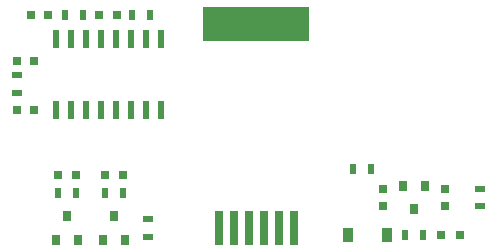
<source format=gbr>
G04 #@! TF.GenerationSoftware,KiCad,Pcbnew,(5.1.10)-1*
G04 #@! TF.CreationDate,2022-05-11T11:06:37+08:00*
G04 #@! TF.ProjectId,RUS-04_1x9,5255532d-3034-45f3-9178-392e6b696361,rev?*
G04 #@! TF.SameCoordinates,Original*
G04 #@! TF.FileFunction,Paste,Top*
G04 #@! TF.FilePolarity,Positive*
%FSLAX45Y45*%
G04 Gerber Fmt 4.5, Leading zero omitted, Abs format (unit mm)*
G04 Created by KiCad (PCBNEW (5.1.10)-1) date 2022-05-11 11:06:37*
%MOMM*%
%LPD*%
G01*
G04 APERTURE LIST*
%ADD10R,0.900000X0.500000*%
%ADD11R,0.500000X0.900000*%
%ADD12R,0.900000X1.200000*%
%ADD13R,0.800000X0.750000*%
%ADD14R,0.750000X0.800000*%
%ADD15R,0.600000X1.500000*%
%ADD16R,0.800000X0.900000*%
%ADD17R,0.800000X0.800000*%
%ADD18R,9.000000X3.000000*%
%ADD19R,0.700000X3.000000*%
G04 APERTURE END LIST*
D10*
X9800000Y-4535000D03*
X9800000Y-4385000D03*
D11*
X8875000Y-4220000D03*
X8725000Y-4220000D03*
D12*
X9015000Y-4775000D03*
X8685000Y-4775000D03*
D13*
X6575000Y-2910000D03*
X6725000Y-2910000D03*
X5875000Y-3720000D03*
X6025000Y-3720000D03*
X6625000Y-4270000D03*
X6775000Y-4270000D03*
D11*
X6775000Y-4420000D03*
X6625000Y-4420000D03*
D13*
X6375000Y-4270000D03*
X6225000Y-4270000D03*
D14*
X9500000Y-4385000D03*
X9500000Y-4535000D03*
D15*
X6205500Y-3120000D03*
X6332500Y-3120000D03*
X6459500Y-3120000D03*
X6586500Y-3120000D03*
X6713500Y-3120000D03*
X6840500Y-3120000D03*
X6967500Y-3120000D03*
X7094500Y-3120000D03*
X7094500Y-3720000D03*
X6967500Y-3720000D03*
X6840500Y-3720000D03*
X6713500Y-3720000D03*
X6586500Y-3720000D03*
X6459500Y-3720000D03*
X6332500Y-3720000D03*
X6205500Y-3720000D03*
D10*
X6989740Y-4642800D03*
X6989740Y-4792800D03*
D16*
X6300000Y-4620000D03*
X6395000Y-4820000D03*
X6205000Y-4820000D03*
D13*
X5995000Y-2910000D03*
X6145000Y-2910000D03*
D14*
X8980000Y-4385000D03*
X8980000Y-4535000D03*
D10*
X5880000Y-3425000D03*
X5880000Y-3575000D03*
D13*
X5875000Y-3300000D03*
X6025000Y-3300000D03*
D17*
X9630000Y-4775000D03*
X9470000Y-4775000D03*
D11*
X6375000Y-4420000D03*
X6225000Y-4420000D03*
D16*
X9240000Y-4560000D03*
X9145000Y-4360000D03*
X9335000Y-4360000D03*
D11*
X9315000Y-4775000D03*
X9165000Y-4775000D03*
X6285000Y-2910000D03*
X6435000Y-2910000D03*
D18*
X7900000Y-2990000D03*
D19*
X8227500Y-4720000D03*
X8100500Y-4720000D03*
X7973500Y-4720000D03*
X7846500Y-4720000D03*
X7719500Y-4720000D03*
X7592500Y-4720000D03*
D11*
X7005000Y-2910000D03*
X6855000Y-2910000D03*
D16*
X6700000Y-4620000D03*
X6795000Y-4820000D03*
X6605000Y-4820000D03*
M02*

</source>
